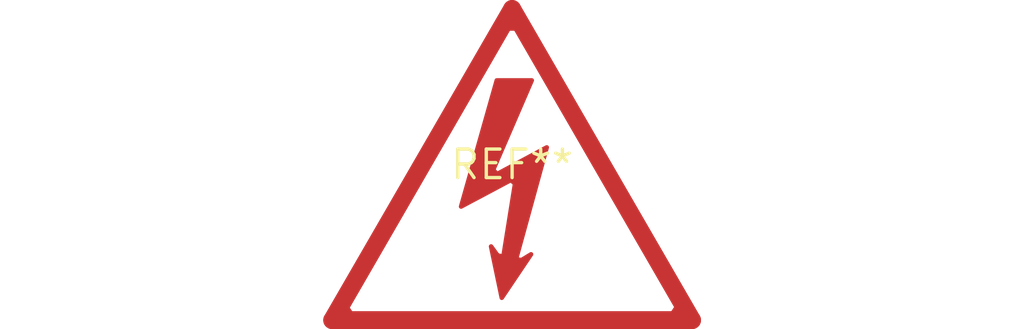
<source format=kicad_pcb>
(kicad_pcb (version 20240108) (generator pcbnew)
  (layers (0 "F.Cu" signal) (31 "B.Cu" signal) (34 "B.Paste" user) (35 "F.Paste" user) (36 "B.SilkS" user "B.Silkscreen") (37 "F.SilkS" user "F.Silkscreen") (38 "B.Mask" user) (39 "F.Mask" user) (44 "Edge.Cuts" user))
  (net 0 "")
  (footprint "Symbol_HighVoltage_Triangle_17x15mm_Copper" (layer "F.Cu") (at 0 0)
    (property "Reference" "REF**")
    (property "Value" "Symbol_HighVoltage_Triangle_17x15mm_Copper")
    (fp_line (start -8 6.93) (end 0 -6.93) (layer "F.Cu") (stroke (width 0.8)))
    (fp_line (start -7.126839 6.694632) (end -7.393161 6.285368) (layer "F.Cu") (stroke (width 0.2)))
    (fp_line (start -0.91 0.16) (end -0.63 0.47) (layer "F.Cu") (stroke (width 0.2)))
    (fp_line (start -0.64 4.05) (end 0.48 4.27) (layer "F.Cu") (stroke (width 0.2)))
    (fp_line (start -0.63 0.47) (end -0.1 0.66) (layer "F.Cu") (stroke (width 0.2)))
    (fp_line (start -0.26 -6.06) (end 0.26 -6.06) (layer "F.Cu") (stroke (width 0.2)))
    (fp_line (start -0.1 0.66) (end 0.24 0.93) (layer "F.Cu") (stroke (width 0.2)))
    (fp_line (start 7.106839 6.674632) (end 7.373161 6.265368) (layer "F.Cu") (stroke (width 0.2)))
    (fp_line (start 8 6.93) (end -8 6.93) (layer "F.Cu") (stroke (width 0.8)))
    (fp_line (start 8 6.93) (end 0 -6.93) (layer "F.Cu") (stroke (width 0.8)))
    (fp_poly (pts (xy -1 0.6) (xy 1.54 -0.76525) (xy 0.11125 4.441749) (xy 0.8415 3.99725) (xy -0.460251 5.933999) (xy -0.9365 3.648) (xy -0.4285 4.3465) (xy 0.17475 0.568249) (xy -2.27 1.87) (xy -0.682501 -3.74975) (xy 0.873249 -3.74975)) (layer "F.Cu") (stroke (width 0.2)) (fill solid))
  )
)
</source>
